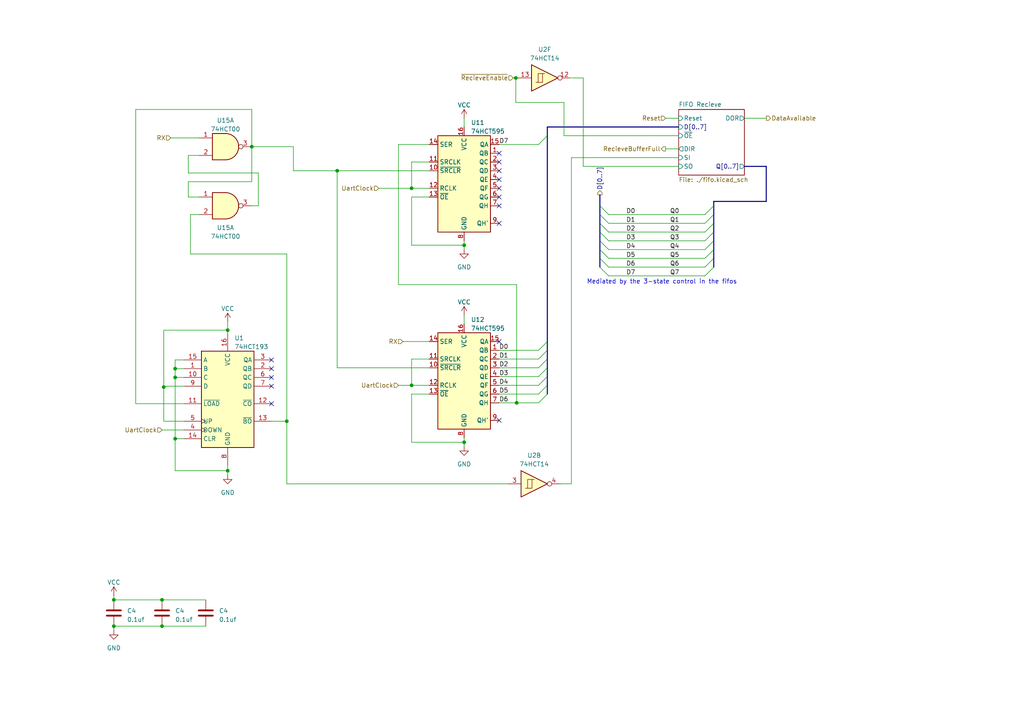
<source format=kicad_sch>
(kicad_sch (version 20230121) (generator eeschema)
  (paper "A4")
  (lib_symbols
    (symbol "74xx:74HCT00" (pin_names (offset 1.016))
      (property "Reference" "U" (at 0 1.27 0))
      (property "Value" "74HCT00" (at 0 -1.27 0))
      (symbol "74HCT00_1_1"
        (arc (start 0 -3.81) (mid 3.7934 0) (end 0 3.81) (stroke (width 0.254)) (fill (type background)))
        (polyline (pts (xy 0 3.81) (xy -3.81 3.81) (xy -3.81 -3.81) (xy 0 -3.81)) (stroke (width 0.254)) (fill (type background)))
        (pin input line (at -7.62 2.54 0) (length 3.81) (name "~") (number "1"))
        (pin input line (at -7.62 -2.54 0) (length 3.81) (name "~") (number "2"))
        (pin output inverted (at 7.62 0 180) (length 3.81) (name "~") (number "3"))
      )
      (symbol "74HCT00_1_2"
        (arc (start -3.81 -3.81) (mid -2.589 0) (end -3.81 3.81) (stroke (width 0.254)))
        (arc (start -0.6096 -3.81) (mid 2.1842 -2.5851) (end 3.81 0) (stroke (width 0.254)) (fill (type background)))
        (polyline (pts (xy -3.81 -3.81) (xy -0.635 -3.81)) (stroke (width 0.254)) (fill (type background)))
        (polyline (pts (xy -3.81 3.81) (xy -0.635 3.81)) (stroke (width 0.254)) (fill (type background)))
        (polyline (pts (xy -0.635 3.81) (xy -3.81 3.81) (xy -3.81 3.81) (xy -3.556 3.4036) (xy -3.0226 2.2606) (xy -2.6924 1.0414) (xy -2.6162 -0.254) (xy -2.7686 -1.4986) (xy -3.175 -2.7178) (xy -3.81 -3.81) (xy -3.81 -3.81) (xy -0.635 -3.81)) (stroke (width -25.4)) (fill (type background)))
        (arc (start 3.81 0) (mid 2.1915 2.5936) (end -0.6096 3.81) (stroke (width 0.254)) (fill (type background)))
        (pin input inverted (at -7.62 2.54 0) (length 4.318) (name "~") (number "1"))
        (pin input inverted (at -7.62 -2.54 0) (length 4.318) (name "~") (number "2"))
        (pin output line (at 7.62 0 180) (length 3.81) (name "~") (number "3"))
      )
      (symbol "74HCT00_2_1"
        (arc (start 0 -3.81) (mid 3.7934 0) (end 0 3.81) (stroke (width 0.254)) (fill (type background)))
        (polyline (pts (xy 0 3.81) (xy -3.81 3.81) (xy -3.81 -3.81) (xy 0 -3.81)) (stroke (width 0.254)) (fill (type background)))
        (pin input line (at -7.62 2.54 0) (length 3.81) (name "~") (number "4"))
        (pin input line (at -7.62 -2.54 0) (length 3.81) (name "~") (number "5"))
        (pin output inverted (at 7.62 0 180) (length 3.81) (name "~") (number "6"))
      )
      (symbol "74HCT00_2_2"
        (arc (start -3.81 -3.81) (mid -2.589 0) (end -3.81 3.81) (stroke (width 0.254)))
        (arc (start -0.6096 -3.81) (mid 2.1842 -2.5851) (end 3.81 0) (stroke (width 0.254)) (fill (type background)))
        (polyline (pts (xy -3.81 -3.81) (xy -0.635 -3.81)) (stroke (width 0.254)) (fill (type background)))
        (polyline (pts (xy -3.81 3.81) (xy -0.635 3.81)) (stroke (width 0.254)) (fill (type background)))
        (polyline (pts (xy -0.635 3.81) (xy -3.81 3.81) (xy -3.81 3.81) (xy -3.556 3.4036) (xy -3.0226 2.2606) (xy -2.6924 1.0414) (xy -2.6162 -0.254) (xy -2.7686 -1.4986) (xy -3.175 -2.7178) (xy -3.81 -3.81) (xy -3.81 -3.81) (xy -0.635 -3.81)) (stroke (width -25.4)) (fill (type background)))
        (arc (start 3.81 0) (mid 2.1915 2.5936) (end -0.6096 3.81) (stroke (width 0.254)) (fill (type background)))
        (pin input inverted (at -7.62 2.54 0) (length 4.318) (name "~") (number "4"))
        (pin input inverted (at -7.62 -2.54 0) (length 4.318) (name "~") (number "5"))
        (pin output line (at 7.62 0 180) (length 3.81) (name "~") (number "6"))
      )
      (symbol "74HCT00_3_1"
        (arc (start 0 -3.81) (mid 3.7934 0) (end 0 3.81) (stroke (width 0.254)) (fill (type background)))
        (polyline (pts (xy 0 3.81) (xy -3.81 3.81) (xy -3.81 -3.81) (xy 0 -3.81)) (stroke (width 0.254)) (fill (type background)))
        (pin input line (at -7.62 -2.54 0) (length 3.81) (name "~") (number "10"))
        (pin output inverted (at 7.62 0 180) (length 3.81) (name "~") (number "8"))
        (pin input line (at -7.62 2.54 0) (length 3.81) (name "~") (number "9"))
      )
      (symbol "74HCT00_3_2"
        (arc (start -3.81 -3.81) (mid -2.589 0) (end -3.81 3.81) (stroke (width 0.254)))
        (arc (start -0.6096 -3.81) (mid 2.1842 -2.5851) (end 3.81 0) (stroke (width 0.254)) (fill (type background)))
        (polyline (pts (xy -3.81 -3.81) (xy -0.635 -3.81)) (stroke (width 0.254)) (fill (type background)))
        (polyline (pts (xy -3.81 3.81) (xy -0.635 3.81)) (stroke (width 0.254)) (fill (type background)))
        (polyline (pts (xy -0.635 3.81) (xy -3.81 3.81) (xy -3.81 3.81) (xy -3.556 3.4036) (xy -3.0226 2.2606) (xy -2.6924 1.0414) (xy -2.6162 -0.254) (xy -2.7686 -1.4986) (xy -3.175 -2.7178) (xy -3.81 -3.81) (xy -3.81 -3.81) (xy -0.635 -3.81)) (stroke (width -25.4)) (fill (type background)))
        (arc (start 3.81 0) (mid 2.1915 2.5936) (end -0.6096 3.81) (stroke (width 0.254)) (fill (type background)))
        (pin input inverted (at -7.62 -2.54 0) (length 4.318) (name "~") (number "10"))
        (pin output line (at 7.62 0 180) (length 3.81) (name "~") (number "8"))
        (pin input inverted (at -7.62 2.54 0) (length 4.318) (name "~") (number "9"))
      )
      (symbol "74HCT00_4_1"
        (arc (start 0 -3.81) (mid 3.7934 0) (end 0 3.81) (stroke (width 0.254)) (fill (type background)))
        (polyline (pts (xy 0 3.81) (xy -3.81 3.81) (xy -3.81 -3.81) (xy 0 -3.81)) (stroke (width 0.254)) (fill (type background)))
        (pin output inverted (at 7.62 0 180) (length 3.81) (name "~") (number "11"))
        (pin input line (at -7.62 2.54 0) (length 3.81) (name "~") (number "12"))
        (pin input line (at -7.62 -2.54 0) (length 3.81) (name "~") (number "13"))
      )
      (symbol "74HCT00_4_2"
        (arc (start -3.81 -3.81) (mid -2.589 0) (end -3.81 3.81) (stroke (width 0.254)))
        (arc (start -0.6096 -3.81) (mid 2.1842 -2.5851) (end 3.81 0) (stroke (width 0.254)) (fill (type background)))
        (polyline (pts (xy -3.81 -3.81) (xy -0.635 -3.81)) (stroke (width 0.254)) (fill (type background)))
        (polyline (pts (xy -3.81 3.81) (xy -0.635 3.81)) (stroke (width 0.254)) (fill (type background)))
        (polyline (pts (xy -0.635 3.81) (xy -3.81 3.81) (xy -3.81 3.81) (xy -3.556 3.4036) (xy -3.0226 2.2606) (xy -2.6924 1.0414) (xy -2.6162 -0.254) (xy -2.7686 -1.4986) (xy -3.175 -2.7178) (xy -3.81 -3.81) (xy -3.81 -3.81) (xy -0.635 -3.81)) (stroke (width -25.4)) (fill (type background)))
        (arc (start 3.81 0) (mid 2.1915 2.5936) (end -0.6096 3.81) (stroke (width 0.254)) (fill (type background)))
        (pin output line (at 7.62 0 180) (length 3.81) (name "~") (number "11"))
        (pin input inverted (at -7.62 2.54 0) (length 4.318) (name "~") (number "12"))
        (pin input inverted (at -7.62 -2.54 0) (length 4.318) (name "~") (number "13"))
      )
      (symbol "74HCT00_5_0"
        (pin power_in line (at 0 12.7 270) (length 5.08) (name "VCC") (number "14"))
        (pin power_in line (at 0 -12.7 90) (length 5.08) (name "GND") (number "7"))
      )
      (symbol "74HCT00_5_1"
        (rectangle (start -5.08 7.62) (end 5.08 -7.62) (stroke (width 0.254)) (fill (type background)))
      )
    )
    (symbol "74xx:74LS14" (pin_names (offset 1.016))
      (property "Reference" "U" (at 0 1.27 0))
      (property "Value" "74LS14" (at 0 -1.27 0))
      (symbol "74LS14_1_0"
        (polyline (pts (xy -3.81 3.81) (xy -3.81 -3.81) (xy 3.81 0) (xy -3.81 3.81)) (stroke (width 0.254)) (fill (type background)))
        (pin input line (at -7.62 0 0) (length 3.81) (name "~") (number "1"))
        (pin output inverted (at 7.62 0 180) (length 3.81) (name "~") (number "2"))
      )
      (symbol "74LS14_1_1"
        (polyline (pts (xy -1.905 -1.27) (xy -1.905 1.27) (xy -0.635 1.27)))
        (polyline (pts (xy -2.54 -1.27) (xy -0.635 -1.27) (xy -0.635 1.27) (xy 0 1.27)))
      )
      (symbol "74LS14_2_0"
        (polyline (pts (xy -3.81 3.81) (xy -3.81 -3.81) (xy 3.81 0) (xy -3.81 3.81)) (stroke (width 0.254)) (fill (type background)))
        (pin input line (at -7.62 0 0) (length 3.81) (name "~") (number "3"))
        (pin output inverted (at 7.62 0 180) (length 3.81) (name "~") (number "4"))
      )
      (symbol "74LS14_2_1"
        (polyline (pts (xy -1.905 -1.27) (xy -1.905 1.27) (xy -0.635 1.27)))
        (polyline (pts (xy -2.54 -1.27) (xy -0.635 -1.27) (xy -0.635 1.27) (xy 0 1.27)))
      )
      (symbol "74LS14_3_0"
        (polyline (pts (xy -3.81 3.81) (xy -3.81 -3.81) (xy 3.81 0) (xy -3.81 3.81)) (stroke (width 0.254)) (fill (type background)))
        (pin input line (at -7.62 0 0) (length 3.81) (name "~") (number "5"))
        (pin output inverted (at 7.62 0 180) (length 3.81) (name "~") (number "6"))
      )
      (symbol "74LS14_3_1"
        (polyline (pts (xy -1.905 -1.27) (xy -1.905 1.27) (xy -0.635 1.27)))
        (polyline (pts (xy -2.54 -1.27) (xy -0.635 -1.27) (xy -0.635 1.27) (xy 0 1.27)))
      )
      (symbol "74LS14_4_0"
        (polyline (pts (xy -3.81 3.81) (xy -3.81 -3.81) (xy 3.81 0) (xy -3.81 3.81)) (stroke (width 0.254)) (fill (type background)))
        (pin output inverted (at 7.62 0 180) (length 3.81) (name "~") (number "8"))
        (pin input line (at -7.62 0 0) (length 3.81) (name "~") (number "9"))
      )
      (symbol "74LS14_4_1"
        (polyline (pts (xy -1.905 -1.27) (xy -1.905 1.27) (xy -0.635 1.27)))
        (polyline (pts (xy -2.54 -1.27) (xy -0.635 -1.27) (xy -0.635 1.27) (xy 0 1.27)))
      )
      (symbol "74LS14_5_0"
        (polyline (pts (xy -3.81 3.81) (xy -3.81 -3.81) (xy 3.81 0) (xy -3.81 3.81)) (stroke (width 0.254)) (fill (type background)))
        (pin output inverted (at 7.62 0 180) (length 3.81) (name "~") (number "10"))
        (pin input line (at -7.62 0 0) (length 3.81) (name "~") (number "11"))
      )
      (symbol "74LS14_5_1"
        (polyline (pts (xy -1.905 -1.27) (xy -1.905 1.27) (xy -0.635 1.27)))
        (polyline (pts (xy -2.54 -1.27) (xy -0.635 -1.27) (xy -0.635 1.27) (xy 0 1.27)))
      )
      (symbol "74LS14_6_0"
        (polyline (pts (xy -3.81 3.81) (xy -3.81 -3.81) (xy 3.81 0) (xy -3.81 3.81)) (stroke (width 0.254)) (fill (type background)))
        (pin output inverted (at 7.62 0 180) (length 3.81) (name "~") (number "12"))
        (pin input line (at -7.62 0 0) (length 3.81) (name "~") (number "13"))
      )
      (symbol "74LS14_6_1"
        (polyline (pts (xy -1.905 -1.27) (xy -1.905 1.27) (xy -0.635 1.27)))
        (polyline (pts (xy -2.54 -1.27) (xy -0.635 -1.27) (xy -0.635 1.27) (xy 0 1.27)))
      )
      (symbol "74LS14_7_0"
        (pin power_in line (at 0 12.7 270) (length 5.08) (name "VCC") (number "14"))
        (pin power_in line (at 0 -12.7 90) (length 5.08) (name "GND") (number "7"))
      )
      (symbol "74LS14_7_1"
        (rectangle (start -5.08 7.62) (end 5.08 -7.62) (stroke (width 0.254)) (fill (type background)))
      )
    )
    (symbol "74xx:74LS193"
      (property "Reference" "U" (at -7.62 13.97 0))
      (property "Value" "74LS193" (at 5.08 13.97 0))
      (symbol "74LS193_1_0"
        (pin input line (at -12.7 7.62 0) (length 5.08) (name "B") (number "1"))
        (pin input line (at -12.7 5.08 0) (length 5.08) (name "C") (number "10"))
        (pin input line (at -12.7 -2.54 0) (length 5.08) (name "~{LOAD}") (number "11"))
        (pin output line (at 12.7 -2.54 180) (length 5.08) (name "~{CO}") (number "12"))
        (pin output line (at 12.7 -7.62 180) (length 5.08) (name "~{BO}") (number "13"))
        (pin input line (at -12.7 -12.7 0) (length 5.08) (name "CLR") (number "14"))
        (pin input line (at -12.7 10.16 0) (length 5.08) (name "A") (number "15"))
        (pin power_in line (at 0 17.78 270) (length 5.08) (name "VCC") (number "16"))
        (pin output line (at 12.7 7.62 180) (length 5.08) (name "QB") (number "2"))
        (pin output line (at 12.7 10.16 180) (length 5.08) (name "QA") (number "3"))
        (pin input clock (at -12.7 -10.16 0) (length 5.08) (name "DOWN") (number "4"))
        (pin input clock (at -12.7 -7.62 0) (length 5.08) (name "UP") (number "5"))
        (pin output line (at 12.7 5.08 180) (length 5.08) (name "QC") (number "6"))
        (pin output line (at 12.7 2.54 180) (length 5.08) (name "QD") (number "7"))
        (pin power_in line (at 0 -20.32 90) (length 5.08) (name "GND") (number "8"))
        (pin input line (at -12.7 2.54 0) (length 5.08) (name "D") (number "9"))
      )
      (symbol "74LS193_1_1"
        (rectangle (start -7.62 12.7) (end 7.62 -15.24) (stroke (width 0.254)) (fill (type background)))
      )
    )
    (symbol "74xx:74LS595"
      (property "Reference" "U" (at -7.62 13.97 0))
      (property "Value" "74LS595" (at -7.62 -16.51 0))
      (symbol "74LS595_1_0"
        (pin tri_state line (at 10.16 7.62 180) (length 2.54) (name "QB") (number "1"))
        (pin input line (at -10.16 2.54 0) (length 2.54) (name "~{SRCLR}") (number "10"))
        (pin input line (at -10.16 5.08 0) (length 2.54) (name "SRCLK") (number "11"))
        (pin input line (at -10.16 -2.54 0) (length 2.54) (name "RCLK") (number "12"))
        (pin input line (at -10.16 -5.08 0) (length 2.54) (name "~{OE}") (number "13"))
        (pin input line (at -10.16 10.16 0) (length 2.54) (name "SER") (number "14"))
        (pin tri_state line (at 10.16 10.16 180) (length 2.54) (name "QA") (number "15"))
        (pin power_in line (at 0 15.24 270) (length 2.54) (name "VCC") (number "16"))
        (pin tri_state line (at 10.16 5.08 180) (length 2.54) (name "QC") (number "2"))
        (pin tri_state line (at 10.16 2.54 180) (length 2.54) (name "QD") (number "3"))
        (pin tri_state line (at 10.16 0 180) (length 2.54) (name "QE") (number "4"))
        (pin tri_state line (at 10.16 -2.54 180) (length 2.54) (name "QF") (number "5"))
        (pin tri_state line (at 10.16 -5.08 180) (length 2.54) (name "QG") (number "6"))
        (pin tri_state line (at 10.16 -7.62 180) (length 2.54) (name "QH") (number "7"))
        (pin power_in line (at 0 -17.78 90) (length 2.54) (name "GND") (number "8"))
        (pin output line (at 10.16 -12.7 180) (length 2.54) (name "QH'") (number "9"))
      )
      (symbol "74LS595_1_1"
        (rectangle (start -7.62 12.7) (end 7.62 -15.24) (stroke (width 0.254)) (fill (type background)))
      )
    )
    (symbol "Device:C" (pin_numbers hide) (pin_names (offset 0.254))
      (property "Reference" "C" (at 0.635 2.54 0))
      (property "Value" "C" (at 0.635 -2.54 0))
      (symbol "C_0_1"
        (polyline (pts (xy -2.032 -0.762) (xy 2.032 -0.762)) (stroke (width 0.508)))
        (polyline (pts (xy -2.032 0.762) (xy 2.032 0.762)) (stroke (width 0.508)))
      )
      (symbol "C_1_1"
        (pin passive line (at 0 3.81 270) (length 2.794) (name "~") (number "1"))
        (pin passive line (at 0 -3.81 90) (length 2.794) (name "~") (number "2"))
      )
    )
    (symbol "power:GND" (power) (pin_names (offset 0))
      (property "Value" "GND" (at 0 -3.81 0))
      (symbol "GND_0_1"
        (polyline (pts (xy 0 0) (xy 0 -1.27) (xy 1.27 -1.27) (xy 0 -2.54) (xy -1.27 -1.27) (xy 0 -1.27)))
      )
      (symbol "GND_1_1"
        (pin power_in line (at 0 0 270) (length 0) hide (name "GND") (number "1"))
      )
    )
    (symbol "power:VCC" (power) (pin_names (offset 0))
      (property "Value" "VCC" (at 0 3.81 0))
      (symbol "VCC_0_1"
        (polyline (pts (xy -0.762 1.27) (xy 0 2.54)))
        (polyline (pts (xy 0 0) (xy 0 2.54)))
        (polyline (pts (xy 0 2.54) (xy 0.762 1.27)))
      )
      (symbol "VCC_1_1"
        (pin power_in line (at 0 0 90) (length 0) hide (name "VCC") (number "1"))
      )
    )
  )
  (junction (at 97.79 49.53))
  (junction (at 134.62 71.12))
  (junction (at 33.02 173.99))
  (junction (at 50.8 109.474))
  (junction (at 119.38 54.61))
  (junction (at 119.38 111.76))
  (junction (at 73.025 42.545))
  (junction (at 149.86 116.84))
  (junction (at 46.99 181.61))
  (junction (at 46.99 173.99))
  (junction (at 50.8 127.254))
  (junction (at 33.02 181.61))
  (junction (at 66.04 95.758))
  (junction (at 134.62 128.27))
  (junction (at 83.185 122.174))
  (junction (at 50.8 106.934))
  (junction (at 47.498 112.268))
  (junction (at 149.606 22.606))
  (junction (at 66.04 136.525))
  (no_connect (at 144.78 64.77))
  (no_connect (at 78.74 117.094))
  (no_connect (at 144.78 59.69))
  (no_connect (at 144.78 121.92))
  (no_connect (at 144.78 99.06))
  (no_connect (at 78.74 106.934))
  (no_connect (at 144.78 54.61))
  (no_connect (at 144.78 52.07))
  (no_connect (at 78.74 109.474))
  (no_connect (at 144.78 57.15))
  (no_connect (at 144.78 44.45))
  (no_connect (at 144.78 46.99))
  (no_connect (at 144.78 49.53))
  (no_connect (at 78.74 104.394))
  (no_connect (at 78.74 112.014))
  (bus_entry (at 173.99 64.77) (size 2.54 2.54))
  (bus_entry (at 173.99 62.23) (size 2.54 2.54))
  (bus_entry (at 158.75 101.6) (size -2.54 2.54))
  (bus_entry (at 173.99 77.47) (size 2.54 2.54))
  (bus_entry (at 173.99 59.69) (size 2.54 2.54))
  (bus_entry (at 207.01 67.31) (size -2.54 2.54))
  (bus_entry (at 158.75 39.37) (size -2.54 2.54))
  (bus_entry (at 158.75 109.22) (size -2.54 2.54))
  (bus_entry (at 207.01 77.47) (size -2.54 2.54))
  (bus_entry (at 207.01 64.77) (size -2.54 2.54))
  (bus_entry (at 158.75 111.76) (size -2.54 2.54))
  (bus_entry (at 207.01 62.23) (size -2.54 2.54))
  (bus_entry (at 207.01 59.69) (size -2.54 2.54))
  (bus_entry (at 173.99 74.93) (size 2.54 2.54))
  (bus_entry (at 173.99 72.39) (size 2.54 2.54))
  (bus_entry (at 207.01 74.93) (size -2.54 2.54))
  (bus_entry (at 158.75 106.68) (size -2.54 2.54))
  (bus_entry (at 173.99 67.31) (size 2.54 2.54))
  (bus_entry (at 173.99 69.85) (size 2.54 2.54))
  (bus_entry (at 158.75 104.14) (size -2.54 2.54))
  (bus_entry (at 207.01 72.39) (size -2.54 2.54))
  (bus_entry (at 158.75 99.06) (size -2.54 2.54))
  (bus_entry (at 207.01 69.85) (size -2.54 2.54))
  (bus_entry (at 158.75 114.3) (size -2.54 2.54))
  (wire (pts (xy 97.79 106.68) (xy 124.46 106.68)))
  (wire (pts (xy 53.34 104.394) (xy 50.8 104.394)))
  (bus (pts (xy 207.01 67.31) (xy 207.01 69.85)))
  (wire (pts (xy 176.53 64.77) (xy 204.47 64.77)))
  (wire (pts (xy 124.46 54.61) (xy 119.38 54.61)))
  (wire (pts (xy 47.752 112.014) (xy 47.752 112.268)))
  (wire (pts (xy 215.9 34.29) (xy 222.25 34.29)))
  (bus (pts (xy 158.75 111.76) (xy 158.75 114.3)))
  (wire (pts (xy 66.04 136.525) (xy 66.04 137.795)))
  (bus (pts (xy 222.25 58.42) (xy 207.01 58.42)))
  (bus (pts (xy 173.99 62.23) (xy 173.99 64.77)))
  (bus (pts (xy 207.01 72.39) (xy 207.01 74.93)))
  (wire (pts (xy 149.606 22.606) (xy 150.368 22.606)))
  (wire (pts (xy 33.02 181.61) (xy 33.02 182.88)))
  (wire (pts (xy 50.8 109.474) (xy 50.8 127.254)))
  (wire (pts (xy 55.245 73.66) (xy 55.245 62.23)))
  (wire (pts (xy 149.606 29.718) (xy 149.606 22.606)))
  (wire (pts (xy 148.844 22.606) (xy 149.606 22.606)))
  (wire (pts (xy 83.185 122.174) (xy 83.185 140.335)))
  (bus (pts (xy 207.01 69.85) (xy 207.01 72.39)))
  (wire (pts (xy 176.53 74.93) (xy 204.47 74.93)))
  (wire (pts (xy 66.04 134.874) (xy 66.04 136.525)))
  (wire (pts (xy 165.735 45.72) (xy 165.735 140.335)))
  (wire (pts (xy 144.78 111.76) (xy 156.21 111.76)))
  (wire (pts (xy 193.04 34.29) (xy 196.85 34.29)))
  (bus (pts (xy 173.99 72.39) (xy 173.99 74.93)))
  (wire (pts (xy 66.04 93.345) (xy 66.04 95.758)))
  (wire (pts (xy 119.38 114.3) (xy 119.38 128.27)))
  (wire (pts (xy 74.93 50.165) (xy 54.61 50.165)))
  (wire (pts (xy 74.93 59.69) (xy 74.93 50.165)))
  (wire (pts (xy 55.245 62.23) (xy 57.785 62.23)))
  (wire (pts (xy 119.38 46.99) (xy 119.38 54.61)))
  (bus (pts (xy 158.75 36.83) (xy 158.75 39.37)))
  (wire (pts (xy 39.37 31.75) (xy 39.37 117.094)))
  (bus (pts (xy 222.25 48.26) (xy 215.9 48.26)))
  (wire (pts (xy 134.62 127) (xy 134.62 128.27)))
  (wire (pts (xy 144.78 106.68) (xy 156.21 106.68)))
  (wire (pts (xy 144.78 41.91) (xy 156.21 41.91)))
  (wire (pts (xy 134.62 71.12) (xy 134.62 72.39)))
  (bus (pts (xy 207.01 62.23) (xy 207.01 64.77)))
  (wire (pts (xy 169.164 22.606) (xy 169.164 48.26)))
  (wire (pts (xy 50.8 127.254) (xy 50.8 136.525)))
  (bus (pts (xy 173.99 64.77) (xy 173.99 67.31)))
  (wire (pts (xy 176.53 67.31) (xy 204.47 67.31)))
  (wire (pts (xy 73.025 52.705) (xy 54.61 52.705)))
  (bus (pts (xy 158.75 36.83) (xy 196.85 36.83)))
  (wire (pts (xy 50.8 106.934) (xy 50.8 109.474)))
  (wire (pts (xy 147.32 140.335) (xy 83.185 140.335)))
  (wire (pts (xy 196.85 39.37) (xy 163.576 39.37)))
  (wire (pts (xy 162.56 140.335) (xy 165.735 140.335)))
  (wire (pts (xy 156.21 116.84) (xy 149.86 116.84)))
  (wire (pts (xy 47.498 112.268) (xy 47.498 122.174)))
  (wire (pts (xy 83.185 122.174) (xy 83.185 73.66)))
  (bus (pts (xy 222.25 48.26) (xy 222.25 58.42)))
  (wire (pts (xy 53.34 106.934) (xy 50.8 106.934)))
  (wire (pts (xy 134.62 69.85) (xy 134.62 71.12)))
  (wire (pts (xy 176.53 72.39) (xy 204.47 72.39)))
  (wire (pts (xy 134.62 34.29) (xy 134.62 36.83)))
  (wire (pts (xy 124.46 114.3) (xy 119.38 114.3)))
  (bus (pts (xy 207.01 74.93) (xy 207.01 77.47)))
  (wire (pts (xy 47.498 95.758) (xy 66.04 95.758)))
  (wire (pts (xy 134.62 128.27) (xy 134.62 129.54)))
  (wire (pts (xy 193.04 43.18) (xy 196.85 43.18)))
  (bus (pts (xy 173.99 74.93) (xy 173.99 77.47)))
  (wire (pts (xy 115.57 111.76) (xy 119.38 111.76)))
  (wire (pts (xy 73.025 42.545) (xy 73.025 52.705)))
  (wire (pts (xy 47.752 112.268) (xy 47.498 112.268)))
  (wire (pts (xy 116.84 99.06) (xy 124.46 99.06)))
  (wire (pts (xy 134.62 91.44) (xy 134.62 93.98)))
  (wire (pts (xy 50.8 127.254) (xy 53.34 127.254)))
  (wire (pts (xy 119.38 128.27) (xy 134.62 128.27)))
  (wire (pts (xy 119.38 104.14) (xy 124.46 104.14)))
  (wire (pts (xy 54.61 45.085) (xy 57.785 45.085)))
  (wire (pts (xy 124.46 111.76) (xy 119.38 111.76)))
  (wire (pts (xy 196.85 45.72) (xy 165.735 45.72)))
  (wire (pts (xy 176.53 80.01) (xy 204.47 80.01)))
  (wire (pts (xy 47.498 95.758) (xy 47.498 112.268)))
  (bus (pts (xy 158.75 109.22) (xy 158.75 111.76)))
  (bus (pts (xy 173.99 56.515) (xy 173.99 59.69)))
  (wire (pts (xy 33.02 173.99) (xy 33.02 172.72)))
  (wire (pts (xy 50.8 109.474) (xy 53.34 109.474)))
  (wire (pts (xy 176.53 77.47) (xy 204.47 77.47)))
  (wire (pts (xy 39.37 31.75) (xy 73.025 31.75)))
  (wire (pts (xy 97.79 49.53) (xy 85.09 49.53)))
  (wire (pts (xy 169.164 48.26) (xy 196.85 48.26)))
  (wire (pts (xy 47.752 112.014) (xy 53.34 112.014)))
  (wire (pts (xy 149.86 82.55) (xy 115.57 82.55)))
  (wire (pts (xy 165.862 22.606) (xy 169.164 22.606)))
  (wire (pts (xy 54.61 57.15) (xy 57.785 57.15)))
  (bus (pts (xy 158.75 106.68) (xy 158.75 109.22)))
  (wire (pts (xy 119.38 57.15) (xy 119.38 71.12)))
  (wire (pts (xy 163.576 39.37) (xy 163.576 29.718)))
  (bus (pts (xy 158.75 39.37) (xy 158.75 99.06)))
  (bus (pts (xy 173.99 69.85) (xy 173.99 72.39)))
  (wire (pts (xy 144.78 114.3) (xy 156.21 114.3)))
  (bus (pts (xy 207.01 64.77) (xy 207.01 67.31)))
  (wire (pts (xy 176.53 62.23) (xy 204.47 62.23)))
  (wire (pts (xy 124.46 57.15) (xy 119.38 57.15)))
  (wire (pts (xy 66.04 95.758) (xy 66.04 96.774)))
  (wire (pts (xy 119.38 104.14) (xy 119.38 111.76)))
  (wire (pts (xy 144.78 104.14) (xy 156.21 104.14)))
  (wire (pts (xy 54.61 52.705) (xy 54.61 57.15)))
  (wire (pts (xy 39.37 117.094) (xy 53.34 117.094)))
  (wire (pts (xy 119.38 71.12) (xy 134.62 71.12)))
  (bus (pts (xy 158.75 101.6) (xy 158.75 104.14)))
  (bus (pts (xy 158.75 99.06) (xy 158.75 101.6)))
  (wire (pts (xy 115.57 41.91) (xy 124.46 41.91)))
  (wire (pts (xy 54.61 50.165) (xy 54.61 45.085)))
  (wire (pts (xy 124.46 49.53) (xy 97.79 49.53)))
  (wire (pts (xy 83.185 73.66) (xy 55.245 73.66)))
  (wire (pts (xy 50.8 104.394) (xy 50.8 106.934)))
  (wire (pts (xy 73.025 59.69) (xy 74.93 59.69)))
  (wire (pts (xy 46.99 181.61) (xy 59.69 181.61)))
  (wire (pts (xy 144.78 116.84) (xy 149.86 116.84)))
  (wire (pts (xy 149.86 116.84) (xy 149.86 82.55)))
  (wire (pts (xy 50.8 136.525) (xy 66.04 136.525)))
  (bus (pts (xy 173.99 67.31) (xy 173.99 69.85)))
  (wire (pts (xy 163.576 29.718) (xy 149.606 29.718)))
  (wire (pts (xy 46.99 181.61) (xy 33.02 181.61)))
  (bus (pts (xy 173.99 59.69) (xy 173.99 62.23)))
  (bus (pts (xy 158.75 104.14) (xy 158.75 106.68)))
  (bus (pts (xy 207.01 58.42) (xy 207.01 59.69)))
  (wire (pts (xy 53.34 122.174) (xy 47.498 122.174)))
  (wire (pts (xy 144.78 109.22) (xy 156.21 109.22)))
  (wire (pts (xy 109.855 54.61) (xy 119.38 54.61)))
  (bus (pts (xy 207.01 59.69) (xy 207.01 62.23)))
  (wire (pts (xy 115.57 82.55) (xy 115.57 41.91)))
  (wire (pts (xy 156.21 101.6) (xy 144.78 101.6)))
  (wire (pts (xy 46.99 173.99) (xy 59.69 173.99)))
  (wire (pts (xy 46.99 173.99) (xy 33.02 173.99)))
  (wire (pts (xy 78.74 122.174) (xy 83.185 122.174)))
  (wire (pts (xy 85.09 49.53) (xy 85.09 42.545)))
  (wire (pts (xy 46.99 124.714) (xy 53.34 124.714)))
  (wire (pts (xy 49.53 40.005) (xy 57.785 40.005)))
  (wire (pts (xy 73.025 31.75) (xy 73.025 42.545)))
  (wire (pts (xy 119.38 46.99) (xy 124.46 46.99)))
  (wire (pts (xy 176.53 69.85) (xy 204.47 69.85)))
  (wire (pts (xy 73.025 42.545) (xy 85.09 42.545)))
  (wire (pts (xy 97.79 49.53) (xy 97.79 106.68)))
  (text "Mediated by the 3-state control in the fifos" (at 170.18 82.55 0) (effects (font (size 1.27 1.27)) (justify left bottom)))
  (label "D2" (at 144.78 106.68 0))
  (label "Q5" (at 194.31 74.93 0))
  (label "D7" (at 144.78 41.91 0))
  (label "Q1" (at 194.31 64.77 0))
  (label "D6" (at 181.61 77.47 0))
  (label "D4" (at 181.61 72.39 0))
  (label "D2" (at 181.61 67.31 0))
  (label "D0" (at 181.61 62.23 0))
  (label "Q7" (at 194.31 80.01 0))
  (label "Q6" (at 194.31 77.47 0))
  (label "D3" (at 181.61 69.85 0))
  (label "D5" (at 144.78 114.3 0))
  (label "Q3" (at 194.31 69.85 0))
  (label "D1" (at 144.78 104.14 0))
  (label "Q0" (at 194.31 62.23 0))
  (label "Q4" (at 194.31 72.39 0))
  (label "D4" (at 144.78 111.76 0))
  (label "Q2" (at 194.31 67.31 0))
  (label "D1" (at 181.61 64.77 0))
  (label "D3" (at 144.78 109.22 0))
  (label "D6" (at 144.78 116.84 0))
  (label "D0" (at 144.78 101.6 0))
  (label "D7" (at 181.61 80.01 0))
  (label "D5" (at 181.61 74.93 0))
  (hierarchical_label "RecieveBufferFull" (shape output) (at 193.04 43.18 180))
  (hierarchical_label "UartClock" (shape input) (at 115.57 111.76 180))
  (hierarchical_label "UartClock" (shape input) (at 46.99 124.714 180))
  (hierarchical_label "~{RecieveEnable}" (shape input) (at 148.844 22.606 180))
  (hierarchical_label "Reset" (shape input) (at 193.04 34.29 180))
  (hierarchical_label "UartClock" (shape input) (at 109.855 54.61 180))
  (hierarchical_label "DataAvailable" (shape output) (at 222.25 34.29 0))
  (hierarchical_label "RX" (shape input) (at 116.84 99.06 180))
  (hierarchical_label "RX" (shape input) (at 49.53 40.005 180))
  (hierarchical_label "D[0..7]" (shape output) (at 173.99 56.515 90))
  (symbol (lib_id "power:GND") (at 66.04 137.795 0) (unit 1)
    (property "Reference" "#PWR08" (effects hide))
    (property "Value" "GND" (at 66.04 142.875 0))
    (instances (project "uart" (path "" (reference "#PWR08") (unit 1)) (path "" (reference "#PWR014") (unit 1)) (path "" (reference "#PWR017") (unit 1)) (path "" (reference "#PWR044") (unit 1))))
  )
  (symbol (lib_id "74xx:74LS595") (at 134.62 52.07 0) (unit 1)
    (property "Reference" "U11" (at 136.5759 35.56 0) (effects (justify left)))
    (property "Value" "74HCT595" (at 136.5759 38.1 0) (effects (justify left)))
    (property "Footprint" "Package_DIP:DIP-16_W7.62mm" (effects hide))
    (property "Datasheet" "http://www.ti.com/lit/gpn/sn74ls595" (effects hide))
  )
  (symbol (lib_id "Device:C") (at 59.69 177.8 0) (unit 1)
    (property "Reference" "C4" (at 63.5 177.165 0) (effects (justify left)))
    (property "Value" "0.1uf" (at 63.5 179.705 0) (effects (justify left)))
    (property "Footprint" "Capacitor_THT:C_Rect_L7.2mm_W3.5mm_P5.00mm_FKS2_FKP2_MKS2_MKP2" (effects hide))
    (instances (project "uart" (path "" (reference "C4") (unit 1)) (path "" (reference "C8") (unit 1)) (path "" (reference "C8") (unit 1)) (path "" (reference "C20") (unit 1))))
  )
  (symbol (lib_id "74xx:74LS193") (at 66.04 114.554 0) (unit 1)
    (property "Reference" "U1" (at 67.9959 98.044 0) (effects (justify left)))
    (property "Value" "74HCT193" (at 67.9959 100.584 0) (effects (justify left)))
    (property "Footprint" "Package_DIP:DIP-16_W7.62mm" (effects hide))
    (property "Datasheet" "http://www.ti.com/lit/ds/symlink/sn74ls193.pdf" (effects hide))
    (instances (project "uart" (path "" (reference "U1") (unit 1)) (path "" (reference "U1") (unit 1)) (path "" (reference "U4") (unit 1)) (path "" (reference "U17") (unit 1))))
  )
  (symbol (lib_id "power:VCC") (at 66.04 93.345 0) (unit 1)
    (property "Reference" "#PWR07" (effects hide))
    (property "Value" "VCC" (at 66.04 89.535 0))
    (instances (project "uart" (path "" (reference "#PWR07") (unit 1)) (path "" (reference "#PWR013") (unit 1)) (path "" (reference "#PWR016") (unit 1)) (path "" (reference "#PWR043") (unit 1))))
  )
  (symbol (lib_id "74xx:74LS595") (at 134.62 109.22 0) (unit 1)
    (property "Reference" "U12" (at 136.5759 92.71 0) (effects (justify left)))
    (property "Value" "74HCT595" (at 136.5759 95.25 0) (effects (justify left)))
    (property "Footprint" "Package_DIP:DIP-16_W7.62mm" (effects hide))
    (property "Datasheet" "http://www.ti.com/lit/gpn/sn74ls595" (effects hide))
  )
  (symbol (lib_id "power:GND") (at 134.62 72.39 0) (unit 1)
    (property "Reference" "#PWR08" (effects hide))
    (property "Value" "GND" (at 134.62 77.47 0))
    (instances (project "uart" (path "" (reference "#PWR08") (unit 1)) (path "" (reference "#PWR014") (unit 1)) (path "" (reference "#PWR017") (unit 1)) (path "" (reference "#PWR036") (unit 1))))
  )
  (symbol (lib_id "74xx:74HCT00") (at 65.405 42.545 0) (unit 1)
    (property "Reference" "U15" (at 65.3967 34.925 0))
    (property "Value" "74HCT00" (at 65.3967 37.465 0))
    (property "Footprint" "Package_DIP:DIP-14_W7.62mm" (effects hide))
    (property "Datasheet" "http://www.ti.com/lit/gpn/sn74hct00" (effects hide))
    (instances (project "uart" (path "" (reference "U15") (unit 1)) (path "" (reference "U15") (unit 3)) (path "" (reference "U15") (unit 3))))
  )
  (symbol (lib_id "power:GND") (at 134.62 129.54 0) (unit 1)
    (property "Reference" "#PWR08" (effects hide))
    (property "Value" "GND" (at 134.62 134.62 0))
    (instances (project "uart" (path "" (reference "#PWR08") (unit 1)) (path "" (reference "#PWR014") (unit 1)) (path "" (reference "#PWR017") (unit 1)) (path "" (reference "#PWR038") (unit 1))))
  )
  (symbol (lib_id "Device:C") (at 46.99 177.8 0) (unit 1)
    (property "Reference" "C4" (at 50.8 177.165 0) (effects (justify left)))
    (property "Value" "0.1uf" (at 50.8 179.705 0) (effects (justify left)))
    (property "Footprint" "Capacitor_THT:C_Rect_L7.2mm_W3.5mm_P5.00mm_FKS2_FKP2_MKS2_MKP2" (effects hide))
    (instances (project "uart" (path "" (reference "C4") (unit 1)) (path "" (reference "C8") (unit 1)) (path "" (reference "C8") (unit 1)) (path "" (reference "C17") (unit 1))))
  )
  (symbol (lib_id "74xx:74HCT00") (at 65.405 59.69 0) (unit 1)
    (property "Reference" "U15" (at 65.405 66.04 0))
    (property "Value" "74HCT00" (at 65.405 68.58 0))
    (property "Footprint" "Package_DIP:DIP-14_W7.62mm" (effects hide))
    (property "Datasheet" "http://www.ti.com/lit/gpn/sn74hct00" (effects hide))
    (instances (project "uart" (path "" (reference "U15") (unit 1)) (path "" (reference "U15") (unit 4)) (path "" (reference "U15") (unit 4))))
  )
  (symbol (lib_id "74xx:74LS14") (at 154.94 140.335 0) (unit 2)
    (property "Reference" "U2" (at 154.94 132.08 0))
    (property "Value" "74HCT14" (at 154.94 134.62 0))
    (property "Footprint" "Package_DIP:DIP-14_W7.62mm" (effects hide))
    (property "Datasheet" "http://www.ti.com/lit/gpn/sn74LS14" (effects hide))
  )
  (symbol (lib_id "power:VCC") (at 33.02 172.72 0) (unit 1)
    (property "Reference" "#PWR07" (effects hide))
    (property "Value" "VCC" (at 33.02 168.91 0))
    (instances (project "uart" (path "" (reference "#PWR07") (unit 1)) (path "" (reference "#PWR013") (unit 1)) (path "" (reference "#PWR014") (unit 1)) (path "" (reference "#PWR039") (unit 1))))
  )
  (symbol (lib_id "power:GND") (at 33.02 182.88 0) (unit 1)
    (property "Reference" "#PWR08" (effects hide))
    (property "Value" "GND" (at 33.02 187.96 0))
    (instances (project "uart" (path "" (reference "#PWR08") (unit 1)) (path "" (reference "#PWR014") (unit 1)) (path "" (reference "#PWR015") (unit 1)) (path "" (reference "#PWR040") (unit 1))))
  )
  (symbol (lib_id "power:VCC") (at 134.62 34.29 0) (unit 1)
    (property "Reference" "#PWR07" (effects hide))
    (property "Value" "VCC" (at 134.62 30.48 0))
    (instances (project "uart" (path "" (reference "#PWR07") (unit 1)) (path "" (reference "#PWR013") (unit 1)) (path "" (reference "#PWR016") (unit 1)) (path "" (reference "#PWR035") (unit 1))))
  )
  (symbol (lib_id "power:VCC") (at 134.62 91.44 0) (unit 1)
    (property "Reference" "#PWR07" (effects hide))
    (property "Value" "VCC" (at 134.62 87.63 0))
    (instances (project "uart" (path "" (reference "#PWR07") (unit 1)) (path "" (reference "#PWR013") (unit 1)) (path "" (reference "#PWR016") (unit 1)) (path "" (reference "#PWR037") (unit 1))))
  )
  (symbol (lib_id "Device:C") (at 33.02 177.8 0) (unit 1)
    (property "Reference" "C4" (at 36.83 177.165 0) (effects (justify left)))
    (property "Value" "0.1uf" (at 36.83 179.705 0) (effects (justify left)))
    (property "Footprint" "Capacitor_THT:C_Rect_L7.2mm_W3.5mm_P5.00mm_FKS2_FKP2_MKS2_MKP2" (effects hide))
    (instances (project "uart" (path "" (reference "C4") (unit 1)) (path "" (reference "C8") (unit 1)) (path "" (reference "C7") (unit 1)) (path "" (reference "C16") (unit 1))))
  )
  (symbol (lib_id "74xx:74LS14") (at 157.988 22.606 0) (unit 6)
    (property "Reference" "U2" (at 157.988 14.351 0))
    (property "Value" "74HCT14" (at 157.988 16.891 0))
    (property "Footprint" "Package_DIP:DIP-14_W7.62mm" (effects hide))
    (property "Datasheet" "http://www.ti.com/lit/gpn/sn74LS14" (effects hide))
  )
  (sheet (at 196.85 31.75) (size 19.05 19.05) (stroke (width 0.1524))
    (property "Sheetname" "FIFO Recieve" (at 196.85 31.0384 0) (effects (justify left bottom)))
    (property "Sheetfile" "./fifo.kicad_sch" (at 196.85 51.3846 0) (effects (justify left top)))
    (pin "Q[0..7]" output (at 215.9 48.26 0))
    (pin "DOR" output (at 215.9 34.29 0))
    (pin "SO" input (at 196.85 48.26 180))
    (pin "Reset" input (at 196.85 34.29 180))
    (pin "SI" input (at 196.85 45.72 180))
    (pin "D[0..7]" input (at 196.85 36.83 180))
    (pin "DIR" output (at 196.85 43.18 180))
    (pin "~{OE}" input (at 196.85 39.37 180))
  )
)
</source>
